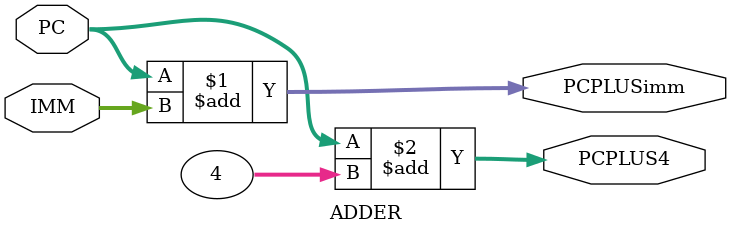
<source format=v>
module ADDER(
    input [31:0] PC,
    input [31:0] IMM,
    output [31:0] PCPLUSimm,
    output [31:0] PCPLUS4
);
    assign PCPLUSimm = PC + IMM;
    assign PCPLUS4 = PC + 4;
endmodule
</source>
